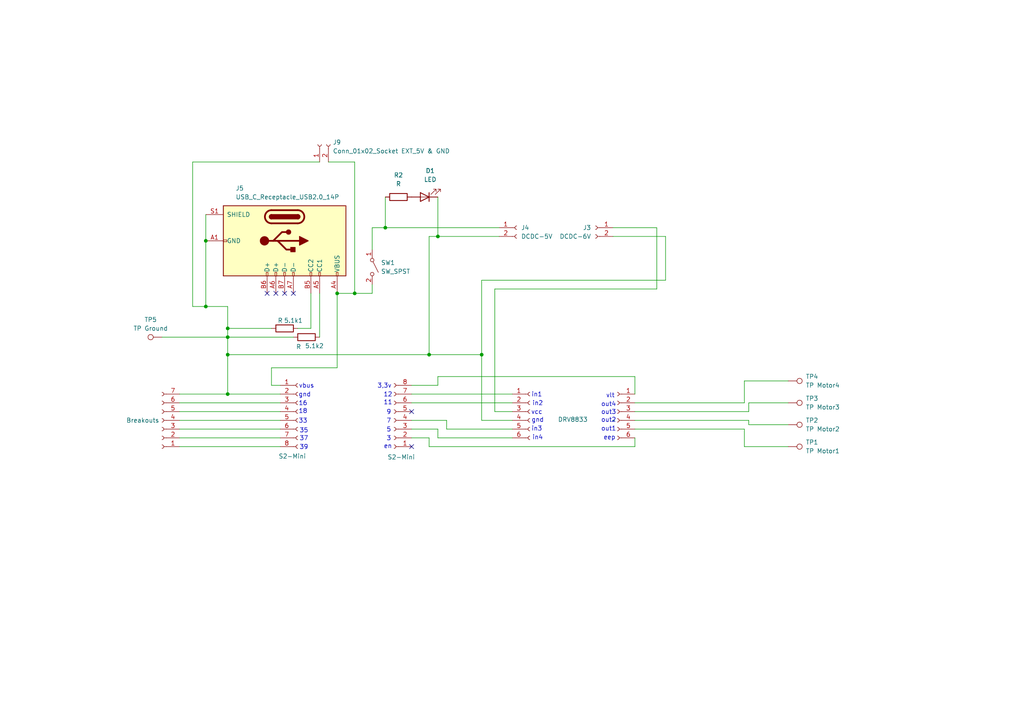
<source format=kicad_sch>
(kicad_sch (version 20250114) (generator "eeschema") (generator_version "9.0")
  (paper "A4")
  (lib_symbols
    (symbol "Connector:Conn_01x02_Socket" (pin_names (offset 1.016) (hide yes))
      (property "Reference" "J" (at 0 2.54 0))
      (property "Value" "Conn_01x02_Socket" (at 0 -5.08 0))
      (symbol "Conn_01x02_Socket_1_1"
        (polyline (pts (xy -1.27 0) (xy -0.508 0)) (stroke (width 0.1524)))
        (polyline (pts (xy -1.27 -2.54) (xy -0.508 -2.54)) (stroke (width 0.1524)))
        (arc (start 0 -0.508) (mid -0.5058 0) (end 0 0.508) (stroke (width 0.1524)))
        (arc (start 0 -3.048) (mid -0.5058 -2.54) (end 0 -2.032) (stroke (width 0.1524)))
        (pin passive line (at -5.08 0 0) (length 3.81) (name "Pin_1") (number "1"))
        (pin passive line (at -5.08 -2.54 0) (length 3.81) (name "Pin_2") (number "2"))
      )
    )
    (symbol "Connector:Conn_01x06_Socket" (pin_names (offset 1.016) (hide yes))
      (property "Reference" "J" (at 0 7.62 0))
      (property "Value" "Conn_01x06_Socket" (at 0 -10.16 0))
      (symbol "Conn_01x06_Socket_1_1"
        (polyline (pts (xy -1.27 5.08) (xy -0.508 5.08)) (stroke (width 0.1524)))
        (polyline (pts (xy -1.27 2.54) (xy -0.508 2.54)) (stroke (width 0.1524)))
        (polyline (pts (xy -1.27 0) (xy -0.508 0)) (stroke (width 0.1524)))
        (polyline (pts (xy -1.27 -2.54) (xy -0.508 -2.54)) (stroke (width 0.1524)))
        (polyline (pts (xy -1.27 -5.08) (xy -0.508 -5.08)) (stroke (width 0.1524)))
        (polyline (pts (xy -1.27 -7.62) (xy -0.508 -7.62)) (stroke (width 0.1524)))
        (arc (start 0 4.572) (mid -0.5058 5.08) (end 0 5.588) (stroke (width 0.1524)))
        (arc (start 0 2.032) (mid -0.5058 2.54) (end 0 3.048) (stroke (width 0.1524)))
        (arc (start 0 -0.508) (mid -0.5058 0) (end 0 0.508) (stroke (width 0.1524)))
        (arc (start 0 -3.048) (mid -0.5058 -2.54) (end 0 -2.032) (stroke (width 0.1524)))
        (arc (start 0 -5.588) (mid -0.5058 -5.08) (end 0 -4.572) (stroke (width 0.1524)))
        (arc (start 0 -8.128) (mid -0.5058 -7.62) (end 0 -7.112) (stroke (width 0.1524)))
        (pin passive line (at -5.08 5.08 0) (length 3.81) (name "Pin_1") (number "1"))
        (pin passive line (at -5.08 2.54 0) (length 3.81) (name "Pin_2") (number "2"))
        (pin passive line (at -5.08 0 0) (length 3.81) (name "Pin_3") (number "3"))
        (pin passive line (at -5.08 -2.54 0) (length 3.81) (name "Pin_4") (number "4"))
        (pin passive line (at -5.08 -5.08 0) (length 3.81) (name "Pin_5") (number "5"))
        (pin passive line (at -5.08 -7.62 0) (length 3.81) (name "Pin_6") (number "6"))
      )
    )
    (symbol "Connector:Conn_01x07_Socket" (pin_names (offset 1.016) (hide yes))
      (property "Reference" "J" (at 0 10.16 0))
      (property "Value" "Conn_01x07_Socket" (at 0 -10.16 0))
      (symbol "Conn_01x07_Socket_1_1"
        (polyline (pts (xy -1.27 7.62) (xy -0.508 7.62)) (stroke (width 0.1524)))
        (polyline (pts (xy -1.27 5.08) (xy -0.508 5.08)) (stroke (width 0.1524)))
        (polyline (pts (xy -1.27 2.54) (xy -0.508 2.54)) (stroke (width 0.1524)))
        (polyline (pts (xy -1.27 0) (xy -0.508 0)) (stroke (width 0.1524)))
        (polyline (pts (xy -1.27 -2.54) (xy -0.508 -2.54)) (stroke (width 0.1524)))
        (polyline (pts (xy -1.27 -5.08) (xy -0.508 -5.08)) (stroke (width 0.1524)))
        (polyline (pts (xy -1.27 -7.62) (xy -0.508 -7.62)) (stroke (width 0.1524)))
        (arc (start 0 7.112) (mid -0.5058 7.62) (end 0 8.128) (stroke (width 0.1524)))
        (arc (start 0 4.572) (mid -0.5058 5.08) (end 0 5.588) (stroke (width 0.1524)))
        (arc (start 0 2.032) (mid -0.5058 2.54) (end 0 3.048) (stroke (width 0.1524)))
        (arc (start 0 -0.508) (mid -0.5058 0) (end 0 0.508) (stroke (width 0.1524)))
        (arc (start 0 -3.048) (mid -0.5058 -2.54) (end 0 -2.032) (stroke (width 0.1524)))
        (arc (start 0 -5.588) (mid -0.5058 -5.08) (end 0 -4.572) (stroke (width 0.1524)))
        (arc (start 0 -8.128) (mid -0.5058 -7.62) (end 0 -7.112) (stroke (width 0.1524)))
        (pin passive line (at -5.08 7.62 0) (length 3.81) (name "Pin_1") (number "1"))
        (pin passive line (at -5.08 5.08 0) (length 3.81) (name "Pin_2") (number "2"))
        (pin passive line (at -5.08 2.54 0) (length 3.81) (name "Pin_3") (number "3"))
        (pin passive line (at -5.08 0 0) (length 3.81) (name "Pin_4") (number "4"))
        (pin passive line (at -5.08 -2.54 0) (length 3.81) (name "Pin_5") (number "5"))
        (pin passive line (at -5.08 -5.08 0) (length 3.81) (name "Pin_6") (number "6"))
        (pin passive line (at -5.08 -7.62 0) (length 3.81) (name "Pin_7") (number "7"))
      )
    )
    (symbol "Connector:Conn_01x08_Socket" (pin_names (offset 1.016) (hide yes))
      (property "Reference" "J" (at 0 10.16 0))
      (property "Value" "Conn_01x08_Socket" (at 0 -12.7 0))
      (symbol "Conn_01x08_Socket_1_1"
        (polyline (pts (xy -1.27 7.62) (xy -0.508 7.62)) (stroke (width 0.1524)))
        (polyline (pts (xy -1.27 5.08) (xy -0.508 5.08)) (stroke (width 0.1524)))
        (polyline (pts (xy -1.27 2.54) (xy -0.508 2.54)) (stroke (width 0.1524)))
        (polyline (pts (xy -1.27 0) (xy -0.508 0)) (stroke (width 0.1524)))
        (polyline (pts (xy -1.27 -2.54) (xy -0.508 -2.54)) (stroke (width 0.1524)))
        (polyline (pts (xy -1.27 -5.08) (xy -0.508 -5.08)) (stroke (width 0.1524)))
        (polyline (pts (xy -1.27 -7.62) (xy -0.508 -7.62)) (stroke (width 0.1524)))
        (polyline (pts (xy -1.27 -10.16) (xy -0.508 -10.16)) (stroke (width 0.1524)))
        (arc (start 0 7.112) (mid -0.5058 7.62) (end 0 8.128) (stroke (width 0.1524)))
        (arc (start 0 4.572) (mid -0.5058 5.08) (end 0 5.588) (stroke (width 0.1524)))
        (arc (start 0 2.032) (mid -0.5058 2.54) (end 0 3.048) (stroke (width 0.1524)))
        (arc (start 0 -0.508) (mid -0.5058 0) (end 0 0.508) (stroke (width 0.1524)))
        (arc (start 0 -3.048) (mid -0.5058 -2.54) (end 0 -2.032) (stroke (width 0.1524)))
        (arc (start 0 -5.588) (mid -0.5058 -5.08) (end 0 -4.572) (stroke (width 0.1524)))
        (arc (start 0 -8.128) (mid -0.5058 -7.62) (end 0 -7.112) (stroke (width 0.1524)))
        (arc (start 0 -10.668) (mid -0.5058 -10.16) (end 0 -9.652) (stroke (width 0.1524)))
        (pin passive line (at -5.08 7.62 0) (length 3.81) (name "Pin_1") (number "1"))
        (pin passive line (at -5.08 5.08 0) (length 3.81) (name "Pin_2") (number "2"))
        (pin passive line (at -5.08 2.54 0) (length 3.81) (name "Pin_3") (number "3"))
        (pin passive line (at -5.08 0 0) (length 3.81) (name "Pin_4") (number "4"))
        (pin passive line (at -5.08 -2.54 0) (length 3.81) (name "Pin_5") (number "5"))
        (pin passive line (at -5.08 -5.08 0) (length 3.81) (name "Pin_6") (number "6"))
        (pin passive line (at -5.08 -7.62 0) (length 3.81) (name "Pin_7") (number "7"))
        (pin passive line (at -5.08 -10.16 0) (length 3.81) (name "Pin_8") (number "8"))
      )
    )
    (symbol "Connector:TestPoint" (pin_numbers (hide yes)) (pin_names (offset 0.762) (hide yes))
      (property "Reference" "TP" (at 0 6.858 0))
      (property "Value" "TestPoint" (at 0 5.08 0))
      (symbol "TestPoint_0_1"
        (circle (center 0 3.302) (radius 0.762))
      )
      (symbol "TestPoint_1_1"
        (pin passive line (at 0 0 90) (length 2.54) (name "1") (number "1"))
      )
    )
    (symbol "Connector:USB_C_Receptacle_USB2.0_14P" (pin_names (offset 1.016))
      (property "Reference" "J" (at 0 22.225 0))
      (property "Value" "USB_C_Receptacle_USB2.0_14P" (at 0 19.685 0))
      (symbol "USB_C_Receptacle_USB2.0_14P_0_0"
        (rectangle (start -0.254 -17.78) (end 0.254 -16.764))
        (rectangle (start 10.16 15.494) (end 9.144 14.986))
        (rectangle (start 10.16 10.414) (end 9.144 9.906))
        (rectangle (start 10.16 7.874) (end 9.144 7.366))
        (rectangle (start 10.16 2.794) (end 9.144 2.286))
        (rectangle (start 10.16 0.254) (end 9.144 -0.254))
        (rectangle (start 10.16 -2.286) (end 9.144 -2.794))
        (rectangle (start 10.16 -4.826) (end 9.144 -5.334))
      )
      (symbol "USB_C_Receptacle_USB2.0_14P_0_1"
        (rectangle (start -10.16 17.78) (end 10.16 -17.78) (stroke (width 0.254)) (fill (type background)))
        (polyline (pts (xy -8.89 -3.81) (xy -8.89 3.81)) (stroke (width 0.508)))
        (rectangle (start -7.62 -3.81) (end -6.35 3.81) (stroke (width 0.254)) (fill (type outline)))
        (arc (start -7.62 3.81) (mid -6.985 4.4423) (end -6.35 3.81) (stroke (width 0.254)))
        (arc (start -7.62 3.81) (mid -6.985 4.4423) (end -6.35 3.81) (stroke (width 0.254)) (fill (type outline)))
        (arc (start -8.89 3.81) (mid -6.985 5.7067) (end -5.08 3.81) (stroke (width 0.508)))
        (arc (start -5.08 -3.81) (mid -6.985 -5.7067) (end -8.89 -3.81) (stroke (width 0.508)))
        (arc (start -6.35 -3.81) (mid -6.985 -4.4423) (end -7.62 -3.81) (stroke (width 0.254)))
        (arc (start -6.35 -3.81) (mid -6.985 -4.4423) (end -7.62 -3.81) (stroke (width 0.254)) (fill (type outline)))
        (polyline (pts (xy -5.08 3.81) (xy -5.08 -3.81)) (stroke (width 0.508)))
        (circle (center -2.54 1.143) (radius 0.635) (stroke (width 0.254)) (fill (type outline)))
        (polyline (pts (xy -1.27 4.318) (xy 0 6.858) (xy 1.27 4.318) (xy -1.27 4.318)) (stroke (width 0.254)) (fill (type outline)))
        (polyline (pts (xy 0 -2.032) (xy 2.54 0.508) (xy 2.54 1.778)) (stroke (width 0.508)))
        (polyline (pts (xy 0 -3.302) (xy -2.54 -0.762) (xy -2.54 0.508)) (stroke (width 0.508)))
        (polyline (pts (xy 0 -5.842) (xy 0 4.318)) (stroke (width 0.508)))
        (circle (center 0 -5.842) (radius 1.27) (fill (type outline)))
        (rectangle (start 1.905 1.778) (end 3.175 3.048) (stroke (width 0.254)) (fill (type outline)))
      )
      (symbol "USB_C_Receptacle_USB2.0_14P_1_1"
        (pin passive line (at -7.62 -22.86 90) (length 5.08) (name "SHIELD") (number "S1"))
        (pin passive line (at 0 -22.86 90) (length 5.08) (name "GND") (number "A1"))
        (pin passive line (at 0 -22.86 90) (length 5.08) (hide yes) (name "GND") (number "A12"))
        (pin passive line (at 0 -22.86 90) (length 5.08) (hide yes) (name "GND") (number "B1"))
        (pin passive line (at 0 -22.86 90) (length 5.08) (hide yes) (name "GND") (number "B12"))
        (pin passive line (at 15.24 15.24 180) (length 5.08) (name "VBUS") (number "A4"))
        (pin passive line (at 15.24 15.24 180) (length 5.08) (hide yes) (name "VBUS") (number "A9"))
        (pin passive line (at 15.24 15.24 180) (length 5.08) (hide yes) (name "VBUS") (number "B4"))
        (pin passive line (at 15.24 15.24 180) (length 5.08) (hide yes) (name "VBUS") (number "B9"))
        (pin bidirectional line (at 15.24 10.16 180) (length 5.08) (name "CC1") (number "A5"))
        (pin bidirectional line (at 15.24 7.62 180) (length 5.08) (name "CC2") (number "B5"))
        (pin bidirectional line (at 15.24 2.54 180) (length 5.08) (name "D-") (number "A7"))
        (pin bidirectional line (at 15.24 0 180) (length 5.08) (name "D-") (number "B7"))
        (pin bidirectional line (at 15.24 -2.54 180) (length 5.08) (name "D+") (number "A6"))
        (pin bidirectional line (at 15.24 -5.08 180) (length 5.08) (name "D+") (number "B6"))
      )
    )
    (symbol "Device:LED" (pin_numbers (hide yes)) (pin_names (offset 1.016) (hide yes))
      (property "Reference" "D" (at 0 2.54 0))
      (property "Value" "LED" (at 0 -2.54 0))
      (symbol "LED_0_1"
        (polyline (pts (xy -3.048 -0.762) (xy -4.572 -2.286) (xy -3.81 -2.286) (xy -4.572 -2.286) (xy -4.572 -1.524)))
        (polyline (pts (xy -1.778 -0.762) (xy -3.302 -2.286) (xy -2.54 -2.286) (xy -3.302 -2.286) (xy -3.302 -1.524)))
        (polyline (pts (xy -1.27 0) (xy 1.27 0)))
        (polyline (pts (xy -1.27 -1.27) (xy -1.27 1.27)) (stroke (width 0.254)))
        (polyline (pts (xy 1.27 -1.27) (xy 1.27 1.27) (xy -1.27 0) (xy 1.27 -1.27)) (stroke (width 0.254)))
      )
      (symbol "LED_1_1"
        (pin passive line (at -3.81 0 0) (length 2.54) (name "K") (number "1"))
        (pin passive line (at 3.81 0 180) (length 2.54) (name "A") (number "2"))
      )
    )
    (symbol "Device:R" (pin_numbers (hide yes)) (pin_names (offset 0))
      (property "Reference" "R" (at 2.032 0 90))
      (property "Value" "R" (at 0 0 90))
      (symbol "R_0_1"
        (rectangle (start -1.016 -2.54) (end 1.016 2.54) (stroke (width 0.254)))
      )
      (symbol "R_1_1"
        (pin passive line (at 0 3.81 270) (length 1.27) (name "~") (number "1"))
        (pin passive line (at 0 -3.81 90) (length 1.27) (name "~") (number "2"))
      )
    )
    (symbol "Switch:SW_SPST" (pin_names (offset 0) (hide yes))
      (property "Reference" "SW" (at 0 3.175 0))
      (property "Value" "SW_SPST" (at 0 -2.54 0))
      (symbol "SW_SPST_0_0"
        (circle (center -2.032 0) (radius 0.508))
        (polyline (pts (xy -1.524 0.254) (xy 1.524 1.778)))
        (circle (center 2.032 0) (radius 0.508))
      )
      (symbol "SW_SPST_1_1"
        (pin passive line (at -5.08 0 0) (length 2.54) (name "A") (number "1"))
        (pin passive line (at 5.08 0 180) (length 2.54) (name "B") (number "2"))
      )
    )
  )
  (text "out2" (at 176.53 121.92 0) (effects (font (size 1.27 1.27))))
  (text "3" (at 112.776 127.254 0) (effects (font (size 1.27 1.27))))
  (text "in4" (at 155.956 127 0) (effects (font (size 1.27 1.27))))
  (text "eep" (at 176.784 127 0) (effects (font (size 1.27 1.27))))
  (text "16" (at 87.884 117.094 0) (effects (font (size 1.27 1.27))))
  (text "37" (at 88.138 127.254 0) (effects (font (size 1.27 1.27))))
  (text "en" (at 112.522 129.54 0) (effects (font (size 1.27 1.27))))
  (text "in2\n" (at 155.956 117.094 0) (effects (font (size 1.27 1.27))))
  (text "39" (at 88.138 129.794 0) (effects (font (size 1.27 1.27))))
  (text "9" (at 112.776 119.634 0) (effects (font (size 1.27 1.27))))
  (text "18" (at 87.884 119.38 0) (effects (font (size 1.27 1.27))))
  (text "gnd" (at 155.956 121.92 0) (effects (font (size 1.27 1.27))))
  (text "11" (at 112.522 116.84 0) (effects (font (size 1.27 1.27))))
  (text "in1" (at 155.702 114.554 0) (effects (font (size 1.27 1.27))))
  (text "vbus" (at 88.9 112.014 0) (effects (font (size 1.27 1.27))))
  (text "out3" (at 176.53 119.634 0) (effects (font (size 1.27 1.27))))
  (text "5" (at 112.776 124.714 0) (effects (font (size 1.27 1.27))))
  (text "vlt" (at 177.038 114.808 0) (effects (font (size 1.27 1.27))))
  (text "33" (at 87.884 122.174 0) (effects (font (size 1.27 1.27))))
  (text "out4" (at 176.53 117.348 0) (effects (font (size 1.27 1.27))))
  (text "3,3v" (at 111.506 112.014 0) (effects (font (size 1.27 1.27))))
  (text "12" (at 112.522 114.554 0) (effects (font (size 1.27 1.27))))
  (text "in3" (at 155.702 124.46 0) (effects (font (size 1.27 1.27))))
  (text "out1" (at 176.53 124.46 0) (effects (font (size 1.27 1.27))))
  (text "vcc" (at 155.702 119.634 0) (effects (font (size 1.27 1.27))))
  (text "gnd" (at 88.392 114.554 0) (effects (font (size 1.27 1.27))))
  (text "35" (at 88.138 124.968 0) (effects (font (size 1.27 1.27))))
  (text "7" (at 112.776 122.174 0) (effects (font (size 1.27 1.27))))
  (junction (at 97.79 85.09))
  (junction (at 111.76 66.04))
  (junction (at 139.7 102.87))
  (junction (at 127 68.58))
  (junction (at 66.04 102.87))
  (junction (at 66.04 95.25))
  (junction (at 59.69 69.85))
  (junction (at 66.04 114.3))
  (junction (at 66.04 97.79))
  (junction (at 102.87 85.09))
  (junction (at 59.69 88.9))
  (junction (at 124.46 102.87))
  (no_connect (at 82.55 85.09))
  (no_connect (at 119.38 129.54))
  (no_connect (at 119.38 119.38))
  (no_connect (at 77.47 85.09))
  (no_connect (at 80.01 85.09))
  (no_connect (at 85.09 85.09))
  (wire (pts (xy 184.15 109.22) (xy 127 109.22)))
  (wire (pts (xy 66.04 97.79) (xy 66.04 102.87)))
  (wire (pts (xy 143.51 83.82) (xy 143.51 119.38)))
  (wire (pts (xy 217.17 119.38) (xy 217.17 116.84)))
  (wire (pts (xy 52.07 116.84) (xy 81.28 116.84)))
  (wire (pts (xy 119.38 116.84) (xy 148.59 116.84)))
  (wire (pts (xy 217.17 123.19) (xy 228.6 123.19)))
  (wire (pts (xy 55.88 46.99) (xy 55.88 88.9)))
  (wire (pts (xy 92.71 46.99) (xy 55.88 46.99)))
  (wire (pts (xy 78.74 111.76) (xy 81.28 111.76)))
  (wire (pts (xy 111.76 66.04) (xy 144.78 66.04)))
  (wire (pts (xy 46.99 97.79) (xy 66.04 97.79)))
  (wire (pts (xy 184.15 129.54) (xy 184.15 127)))
  (wire (pts (xy 127 127) (xy 148.59 127)))
  (wire (pts (xy 177.8 68.58) (xy 193.04 68.58)))
  (wire (pts (xy 139.7 102.87) (xy 139.7 81.28)))
  (wire (pts (xy 66.04 88.9) (xy 59.69 88.9)))
  (wire (pts (xy 124.46 127) (xy 124.46 129.54)))
  (wire (pts (xy 92.71 85.09) (xy 92.71 97.79)))
  (wire (pts (xy 193.04 81.28) (xy 193.04 68.58)))
  (wire (pts (xy 66.04 95.25) (xy 66.04 88.9)))
  (wire (pts (xy 52.07 114.3) (xy 66.04 114.3)))
  (wire (pts (xy 55.88 88.9) (xy 59.69 88.9)))
  (wire (pts (xy 59.69 62.23) (xy 59.69 69.85)))
  (wire (pts (xy 124.46 102.87) (xy 139.7 102.87)))
  (wire (pts (xy 59.69 69.85) (xy 59.69 88.9)))
  (wire (pts (xy 184.15 109.22) (xy 184.15 114.3)))
  (wire (pts (xy 97.79 106.68) (xy 78.74 106.68)))
  (wire (pts (xy 127 68.58) (xy 144.78 68.58)))
  (wire (pts (xy 127 124.46) (xy 127 127)))
  (wire (pts (xy 129.54 121.92) (xy 129.54 124.46)))
  (wire (pts (xy 78.74 95.25) (xy 66.04 95.25)))
  (wire (pts (xy 124.46 68.58) (xy 124.46 102.87)))
  (wire (pts (xy 184.15 116.84) (xy 215.9 116.84)))
  (wire (pts (xy 119.38 114.3) (xy 148.59 114.3)))
  (wire (pts (xy 52.07 121.92) (xy 81.28 121.92)))
  (wire (pts (xy 215.9 124.46) (xy 215.9 129.54)))
  (wire (pts (xy 102.87 46.99) (xy 102.87 85.09)))
  (wire (pts (xy 190.5 66.04) (xy 190.5 83.82)))
  (wire (pts (xy 52.07 127) (xy 81.28 127)))
  (wire (pts (xy 107.95 85.09) (xy 102.87 85.09)))
  (wire (pts (xy 66.04 102.87) (xy 124.46 102.87)))
  (wire (pts (xy 107.95 66.04) (xy 111.76 66.04)))
  (wire (pts (xy 90.17 95.25) (xy 86.36 95.25)))
  (wire (pts (xy 190.5 83.82) (xy 143.51 83.82)))
  (wire (pts (xy 119.38 121.92) (xy 129.54 121.92)))
  (wire (pts (xy 184.15 119.38) (xy 217.17 119.38)))
  (wire (pts (xy 184.15 124.46) (xy 215.9 124.46)))
  (wire (pts (xy 177.8 66.04) (xy 190.5 66.04)))
  (wire (pts (xy 107.95 66.04) (xy 107.95 72.39)))
  (wire (pts (xy 52.07 129.54) (xy 81.28 129.54)))
  (wire (pts (xy 215.9 116.84) (xy 215.9 110.49)))
  (wire (pts (xy 124.46 129.54) (xy 184.15 129.54)))
  (wire (pts (xy 52.07 124.46) (xy 81.28 124.46)))
  (wire (pts (xy 111.76 57.15) (xy 111.76 66.04)))
  (wire (pts (xy 78.74 106.68) (xy 78.74 111.76)))
  (wire (pts (xy 217.17 121.92) (xy 217.17 123.19)))
  (wire (pts (xy 127 111.76) (xy 119.38 111.76)))
  (wire (pts (xy 66.04 97.79) (xy 85.09 97.79)))
  (wire (pts (xy 97.79 85.09) (xy 97.79 106.68)))
  (wire (pts (xy 66.04 95.25) (xy 66.04 97.79)))
  (wire (pts (xy 119.38 124.46) (xy 127 124.46)))
  (wire (pts (xy 102.87 85.09) (xy 97.79 85.09)))
  (wire (pts (xy 215.9 129.54) (xy 228.6 129.54)))
  (wire (pts (xy 95.25 46.99) (xy 102.87 46.99)))
  (wire (pts (xy 107.95 82.55) (xy 107.95 85.09)))
  (wire (pts (xy 129.54 124.46) (xy 148.59 124.46)))
  (wire (pts (xy 139.7 121.92) (xy 148.59 121.92)))
  (wire (pts (xy 143.51 119.38) (xy 148.59 119.38)))
  (wire (pts (xy 127 109.22) (xy 127 111.76)))
  (wire (pts (xy 52.07 119.38) (xy 81.28 119.38)))
  (wire (pts (xy 66.04 114.3) (xy 81.28 114.3)))
  (wire (pts (xy 124.46 68.58) (xy 127 68.58)))
  (wire (pts (xy 90.17 85.09) (xy 90.17 95.25)))
  (wire (pts (xy 119.38 127) (xy 124.46 127)))
  (wire (pts (xy 215.9 110.49) (xy 228.6 110.49)))
  (wire (pts (xy 66.04 102.87) (xy 66.04 114.3)))
  (wire (pts (xy 184.15 121.92) (xy 217.17 121.92)))
  (wire (pts (xy 139.7 121.92) (xy 139.7 102.87)))
  (wire (pts (xy 127 57.15) (xy 127 68.58)))
  (wire (pts (xy 217.17 116.84) (xy 228.6 116.84)))
  (wire (pts (xy 139.7 81.28) (xy 193.04 81.28)))
  (symbol (lib_id "Connector:Conn_01x06_Socket") (at 179.07 119.38 0) (mirror y) (unit 1)
    (property "Reference" "J1" (effects (hide yes)))
    (property "Value" "~" (at 178.562 121.92 0) (effects (justify left)))
    (property "Footprint" "Connector_PinSocket_2.54mm:PinSocket_1x06_P2.54mm_Vertical" (effects (hide yes)))
    (property "Description" "Generic connector, single row, 01x06, script generated" (effects (hide yes)))
  )
  (symbol (lib_id "Connector:TestPoint") (at 228.6 123.19 270) (unit 1)
    (property "Reference" "TP2" (at 233.68 121.9199 90) (effects (justify left)))
    (property "Value" "TP Motor2" (at 233.68 124.4599 90) (effects (justify left)))
    (property "Footprint" "TestPoint:TestPoint_Pad_D2.0mm" (effects (hide yes)))
    (property "Description" "test point" (effects (hide yes)))
  )
  (symbol (lib_id "Device:R") (at 82.55 95.25 90) (unit 1)
    (property "Reference" "5.1k1" (at 85.09 92.964 90))
    (property "Value" "R" (at 81.28 92.964 90))
    (property "Footprint" "Resistor_THT:R_Axial_DIN0204_L3.6mm_D1.6mm_P7.62mm_Horizontal" (effects (hide yes)))
    (property "Description" "Resistor" (effects (hide yes)))
  )
  (symbol (lib_id "Connector:Conn_01x02_Socket") (at 92.71 41.91 90) (unit 1)
    (property "Reference" "J9" (at 96.52 41.2749 90) (effects (justify right)))
    (property "Value" "Conn_01x02_Socket EXT_5V & GND" (at 96.52 43.8149 90) (effects (justify right)))
    (property "Footprint" "Connector_PinSocket_2.54mm:PinSocket_1x02_P2.54mm_Vertical" (effects (hide yes)))
    (property "Description" "Generic connector, single row, 01x02, script generated" (effects (hide yes)))
  )
  (symbol (lib_id "Connector:TestPoint") (at 228.6 110.49 270) (unit 1)
    (property "Reference" "TP4" (at 233.68 109.2199 90) (effects (justify left)))
    (property "Value" "TP Motor4" (at 233.68 111.7599 90) (effects (justify left)))
    (property "Footprint" "TestPoint:TestPoint_Pad_D2.0mm" (effects (hide yes)))
    (property "Description" "test point" (effects (hide yes)))
  )
  (symbol (lib_id "Connector:Conn_01x08_Socket") (at 86.36 119.38 0) (unit 1)
    (property "Reference" "J6" (effects (hide yes)))
    (property "Value" "S2-Mini" (at 80.772 132.334 0) (effects (justify left)))
    (property "Footprint" "Connector_PinSocket_2.54mm:PinSocket_1x08_P2.54mm_Vertical" (effects (hide yes)))
    (property "Description" "Generic connector, single row, 01x08, script generated" (effects (hide yes)))
  )
  (symbol (lib_id "Connector:USB_C_Receptacle_USB2.0_14P") (at 82.55 69.85 270) (unit 1)
    (property "Reference" "J5" (at 68.326 54.61 90) (effects (justify left)))
    (property "Value" "USB_C_Receptacle_USB2.0_14P" (at 68.326 57.15 90) (effects (justify left)))
    (property "Footprint" "Connector_USB:USB_C_Receptacle_HRO_TYPE-C-31-M-12" (effects (hide yes)))
    (property "Datasheet" "https://www.usb.org/sites/default/files/documents/usb_type-c.zip" (effects (hide yes)))
    (property "Description" "USB 2.0-only 14P Type-C Receptacle connector" (effects (hide yes)))
  )
  (symbol (lib_id "Device:LED") (at 123.19 57.15 180) (unit 1)
    (property "Reference" "D1" (at 124.7775 49.53 0))
    (property "Value" "LED" (at 124.7775 52.07 0))
    (property "Footprint" "LED_THT:LED_D5.0mm" (effects (hide yes)))
    (property "Description" "Light emitting diode" (effects (hide yes)))
    (property "Sim.Pins" "1=K 2=A" (effects (hide yes)))
  )
  (symbol (lib_id "Connector:Conn_01x08_Socket") (at 114.3 121.92 180) (unit 1)
    (property "Reference" "J8" (effects (hide yes)))
    (property "Value" "S2-Mini" (at 120.396 132.588 0) (effects (justify left)))
    (property "Footprint" "Connector_PinSocket_2.54mm:PinSocket_1x08_P2.54mm_Vertical" (effects (hide yes)))
    (property "Description" "Generic connector, single row, 01x08, script generated" (effects (hide yes)))
  )
  (symbol (lib_id "Connector:Conn_01x02_Socket") (at 149.86 66.04 0) (unit 1)
    (property "Reference" "J4" (at 151.13 66.0399 0) (effects (justify left)))
    (property "Value" "DCDC-5V" (at 151.13 68.5799 0) (effects (justify left)))
    (property "Footprint" "Connector_PinSocket_2.54mm:PinSocket_1x02_P2.54mm_Vertical" (effects (hide yes)))
    (property "Description" "Generic connector, single row, 01x02, script generated" (effects (hide yes)))
  )
  (symbol (lib_id "Switch:SW_SPST") (at 107.95 77.47 270) (unit 1)
    (property "Reference" "SW1" (at 110.49 76.1999 90) (effects (justify left)))
    (property "Value" "SW_SPST" (at 110.49 78.7399 90) (effects (justify left)))
    (property "Footprint" "TestPoint:TestPoint_Pad_D2.0mm" (effects (hide yes)))
    (property "Description" "Single Pole Single Throw (SPST) switch" (effects (hide yes)))
  )
  (symbol (lib_id "Connector:Conn_01x02_Socket") (at 172.72 66.04 0) (mirror y) (unit 1)
    (property "Reference" "J3" (at 171.45 66.0399 0) (effects (justify left)))
    (property "Value" "DCDC-6V" (at 171.45 68.5799 0) (effects (justify left)))
    (property "Footprint" "Connector_PinSocket_2.54mm:PinSocket_1x02_P2.54mm_Vertical" (effects (hide yes)))
    (property "Description" "Generic connector, single row, 01x02, script generated" (effects (hide yes)))
  )
  (symbol (lib_id "Connector:Conn_01x07_Socket") (at 46.99 121.92 180) (unit 1)
    (property "Reference" "J7" (effects (hide yes)))
    (property "Value" "Breakouts" (at 41.402 121.92 0))
    (property "Footprint" "Connector_PinSocket_2.54mm:PinSocket_1x08_P2.54mm_Vertical" (effects (hide yes)))
    (property "Description" "Generic connector, single row, 01x07, script generated" (effects (hide yes)))
  )
  (symbol (lib_id "Device:R") (at 88.9 97.79 90) (unit 1)
    (property "Reference" "5.1k2" (at 91.186 100.33 90))
    (property "Value" "R" (at 86.614 100.584 90))
    (property "Footprint" "Resistor_THT:R_Axial_DIN0204_L3.6mm_D1.6mm_P7.62mm_Horizontal" (effects (hide yes)))
    (property "Description" "Resistor" (effects (hide yes)))
  )
  (symbol (lib_id "Connector:TestPoint") (at 228.6 129.54 270) (unit 1)
    (property "Reference" "TP1" (at 233.68 128.2699 90) (effects (justify left)))
    (property "Value" "TP Motor1" (at 233.68 130.8099 90) (effects (justify left)))
    (property "Footprint" "TestPoint:TestPoint_Pad_D2.0mm" (effects (hide yes)))
    (property "Description" "test point" (effects (hide yes)))
  )
  (symbol (lib_id "Connector:TestPoint") (at 46.99 97.79 90) (unit 1)
    (property "Reference" "TP5" (at 43.688 92.71 90))
    (property "Value" "TP Ground" (at 43.688 95.25 90))
    (property "Footprint" "TestPoint:TestPoint_Pad_D2.0mm" (effects (hide yes)))
    (property "Description" "test point" (effects (hide yes)))
  )
  (symbol (lib_id "Device:R") (at 115.57 57.15 270) (mirror x) (unit 1)
    (property "Reference" "R2" (at 115.57 50.8 90))
    (property "Value" "R" (at 115.57 53.34 90))
    (property "Footprint" "Resistor_THT:R_Axial_DIN0204_L3.6mm_D1.6mm_P7.62mm_Horizontal" (effects (hide yes)))
    (property "Description" "Resistor" (effects (hide yes)))
  )
  (symbol (lib_id "Connector:TestPoint") (at 228.6 116.84 270) (unit 1)
    (property "Reference" "TP3" (at 233.68 115.5699 90) (effects (justify left)))
    (property "Value" "TP Motor3" (at 233.68 118.1099 90) (effects (justify left)))
    (property "Footprint" "TestPoint:TestPoint_Pad_D2.0mm" (effects (hide yes)))
    (property "Description" "test point" (effects (hide yes)))
  )
  (symbol (lib_id "Connector:Conn_01x06_Socket") (at 153.67 119.38 0) (unit 1)
    (property "Reference" "J2" (effects (hide yes)))
    (property "Value" "DRV8833" (at 161.798 121.666 0) (effects (justify left)))
    (property "Footprint" "Connector_PinSocket_2.54mm:PinSocket_1x06_P2.54mm_Vertical" (effects (hide yes)))
    (property "Description" "Generic connector, single row, 01x06, script generated" (effects (hide yes)))
  )
)
</source>
